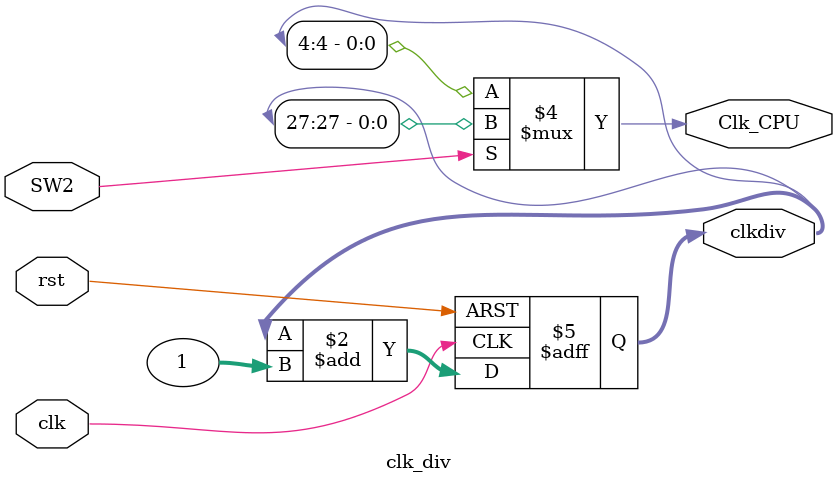
<source format=v>
`timescale 1ns / 1ps


module clk_div(//chgange to clk27
    input clk,
    input rst,
    input SW2,
    output reg [31: 0] clkdiv,
    output Clk_CPU
    );
    
    always @ (posedge clk or posedge rst) begin
        if (rst)
            clkdiv <= 32'b0;
        else
            clkdiv <= clkdiv + 1;
    end
    
    assign Clk_CPU = (SW2 == 1) ? clkdiv[27] : clkdiv[4];
    
endmodule

</source>
